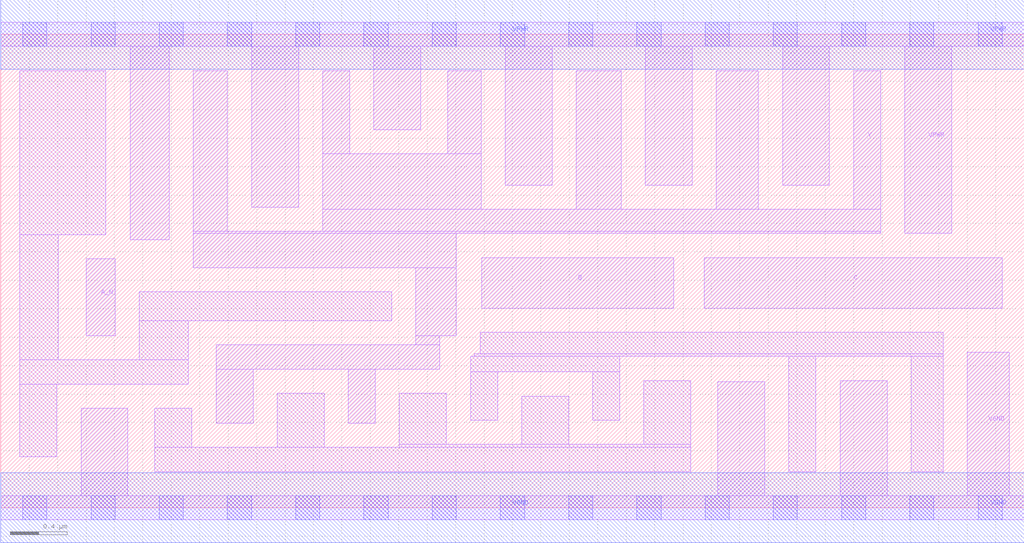
<source format=lef>
# Copyright 2020 The SkyWater PDK Authors
#
# Licensed under the Apache License, Version 2.0 (the "License");
# you may not use this file except in compliance with the License.
# You may obtain a copy of the License at
#
#     https://www.apache.org/licenses/LICENSE-2.0
#
# Unless required by applicable law or agreed to in writing, software
# distributed under the License is distributed on an "AS IS" BASIS,
# WITHOUT WARRANTIES OR CONDITIONS OF ANY KIND, either express or implied.
# See the License for the specific language governing permissions and
# limitations under the License.
#
# SPDX-License-Identifier: Apache-2.0

VERSION 5.7 ;
  NAMESCASESENSITIVE ON ;
  NOWIREEXTENSIONATPIN ON ;
  DIVIDERCHAR "/" ;
  BUSBITCHARS "[]" ;
UNITS
  DATABASE MICRONS 200 ;
END UNITS
MACRO sky130_fd_sc_lp__nand3b_4
  CLASS CORE ;
  SOURCE USER ;
  FOREIGN sky130_fd_sc_lp__nand3b_4 ;
  ORIGIN  0.000000  0.000000 ;
  SIZE  7.200000 BY  3.330000 ;
  SYMMETRY X Y R90 ;
  SITE unit ;
  PIN A_N
    ANTENNAGATEAREA  0.315000 ;
    DIRECTION INPUT ;
    USE SIGNAL ;
    PORT
      LAYER li1 ;
        RECT 0.600000 1.210000 0.805000 1.750000 ;
    END
  END A_N
  PIN B
    ANTENNAGATEAREA  1.260000 ;
    DIRECTION INPUT ;
    USE SIGNAL ;
    PORT
      LAYER li1 ;
        RECT 3.385000 1.405000 4.735000 1.760000 ;
    END
  END B
  PIN C
    ANTENNAGATEAREA  1.260000 ;
    DIRECTION INPUT ;
    USE SIGNAL ;
    PORT
      LAYER li1 ;
        RECT 4.950000 1.405000 7.045000 1.760000 ;
    END
  END C
  PIN Y
    ANTENNADIFFAREA  2.587200 ;
    DIRECTION OUTPUT ;
    USE SIGNAL ;
    PORT
      LAYER li1 ;
        RECT 1.355000 1.690000 3.205000 1.930000 ;
        RECT 1.355000 1.930000 6.190000 1.945000 ;
        RECT 1.355000 1.945000 1.595000 3.075000 ;
        RECT 1.515000 0.595000 1.775000 0.975000 ;
        RECT 1.515000 0.975000 3.090000 1.145000 ;
        RECT 2.265000 1.945000 6.190000 2.100000 ;
        RECT 2.265000 2.100000 3.380000 2.490000 ;
        RECT 2.265000 2.490000 2.455000 3.075000 ;
        RECT 2.445000 0.595000 2.635000 0.975000 ;
        RECT 2.920000 1.145000 3.090000 1.210000 ;
        RECT 2.920000 1.210000 3.205000 1.690000 ;
        RECT 3.145000 2.490000 3.380000 3.075000 ;
        RECT 4.050000 2.100000 4.365000 3.075000 ;
        RECT 5.035000 2.100000 5.330000 3.075000 ;
        RECT 6.000000 2.100000 6.190000 3.075000 ;
    END
  END Y
  PIN VGND
    DIRECTION INOUT ;
    USE GROUND ;
    PORT
      LAYER li1 ;
        RECT 0.000000 -0.085000 7.200000 0.085000 ;
        RECT 0.565000  0.085000 0.895000 0.700000 ;
        RECT 5.045000  0.085000 5.375000 0.885000 ;
        RECT 5.905000  0.085000 6.235000 0.895000 ;
        RECT 6.800000  0.085000 7.095000 1.095000 ;
      LAYER mcon ;
        RECT 0.155000 -0.085000 0.325000 0.085000 ;
        RECT 0.635000 -0.085000 0.805000 0.085000 ;
        RECT 1.115000 -0.085000 1.285000 0.085000 ;
        RECT 1.595000 -0.085000 1.765000 0.085000 ;
        RECT 2.075000 -0.085000 2.245000 0.085000 ;
        RECT 2.555000 -0.085000 2.725000 0.085000 ;
        RECT 3.035000 -0.085000 3.205000 0.085000 ;
        RECT 3.515000 -0.085000 3.685000 0.085000 ;
        RECT 3.995000 -0.085000 4.165000 0.085000 ;
        RECT 4.475000 -0.085000 4.645000 0.085000 ;
        RECT 4.955000 -0.085000 5.125000 0.085000 ;
        RECT 5.435000 -0.085000 5.605000 0.085000 ;
        RECT 5.915000 -0.085000 6.085000 0.085000 ;
        RECT 6.395000 -0.085000 6.565000 0.085000 ;
        RECT 6.875000 -0.085000 7.045000 0.085000 ;
      LAYER met1 ;
        RECT 0.000000 -0.245000 7.200000 0.245000 ;
    END
  END VGND
  PIN VPWR
    DIRECTION INOUT ;
    USE POWER ;
    PORT
      LAYER li1 ;
        RECT 0.000000 3.245000 7.200000 3.415000 ;
        RECT 0.910000 1.885000 1.185000 3.245000 ;
        RECT 1.765000 2.115000 2.095000 3.245000 ;
        RECT 2.625000 2.660000 2.955000 3.245000 ;
        RECT 3.550000 2.270000 3.880000 3.245000 ;
        RECT 4.535000 2.270000 4.865000 3.245000 ;
        RECT 5.500000 2.270000 5.830000 3.245000 ;
        RECT 6.360000 1.930000 6.690000 3.245000 ;
      LAYER mcon ;
        RECT 0.155000 3.245000 0.325000 3.415000 ;
        RECT 0.635000 3.245000 0.805000 3.415000 ;
        RECT 1.115000 3.245000 1.285000 3.415000 ;
        RECT 1.595000 3.245000 1.765000 3.415000 ;
        RECT 2.075000 3.245000 2.245000 3.415000 ;
        RECT 2.555000 3.245000 2.725000 3.415000 ;
        RECT 3.035000 3.245000 3.205000 3.415000 ;
        RECT 3.515000 3.245000 3.685000 3.415000 ;
        RECT 3.995000 3.245000 4.165000 3.415000 ;
        RECT 4.475000 3.245000 4.645000 3.415000 ;
        RECT 4.955000 3.245000 5.125000 3.415000 ;
        RECT 5.435000 3.245000 5.605000 3.415000 ;
        RECT 5.915000 3.245000 6.085000 3.415000 ;
        RECT 6.395000 3.245000 6.565000 3.415000 ;
        RECT 6.875000 3.245000 7.045000 3.415000 ;
      LAYER met1 ;
        RECT 0.000000 3.085000 7.200000 3.575000 ;
    END
  END VPWR
  OBS
    LAYER li1 ;
      RECT 0.135000 0.360000 0.395000 0.870000 ;
      RECT 0.135000 0.870000 1.320000 1.040000 ;
      RECT 0.135000 1.040000 0.405000 1.920000 ;
      RECT 0.135000 1.920000 0.740000 3.075000 ;
      RECT 0.975000 1.040000 1.320000 1.315000 ;
      RECT 0.975000 1.315000 2.750000 1.520000 ;
      RECT 1.085000 0.255000 4.855000 0.425000 ;
      RECT 1.085000 0.425000 1.345000 0.700000 ;
      RECT 1.945000 0.425000 2.275000 0.805000 ;
      RECT 2.805000 0.425000 4.855000 0.445000 ;
      RECT 2.805000 0.445000 3.135000 0.805000 ;
      RECT 3.305000 0.615000 3.495000 0.955000 ;
      RECT 3.305000 0.955000 4.355000 1.065000 ;
      RECT 3.330000 1.065000 6.630000 1.085000 ;
      RECT 3.375000 1.085000 6.630000 1.235000 ;
      RECT 3.665000 0.445000 3.995000 0.785000 ;
      RECT 4.165000 0.615000 4.355000 0.955000 ;
      RECT 4.525000 0.445000 4.855000 0.895000 ;
      RECT 5.545000 0.255000 5.735000 1.065000 ;
      RECT 6.405000 0.255000 6.630000 1.065000 ;
  END
END sky130_fd_sc_lp__nand3b_4

</source>
